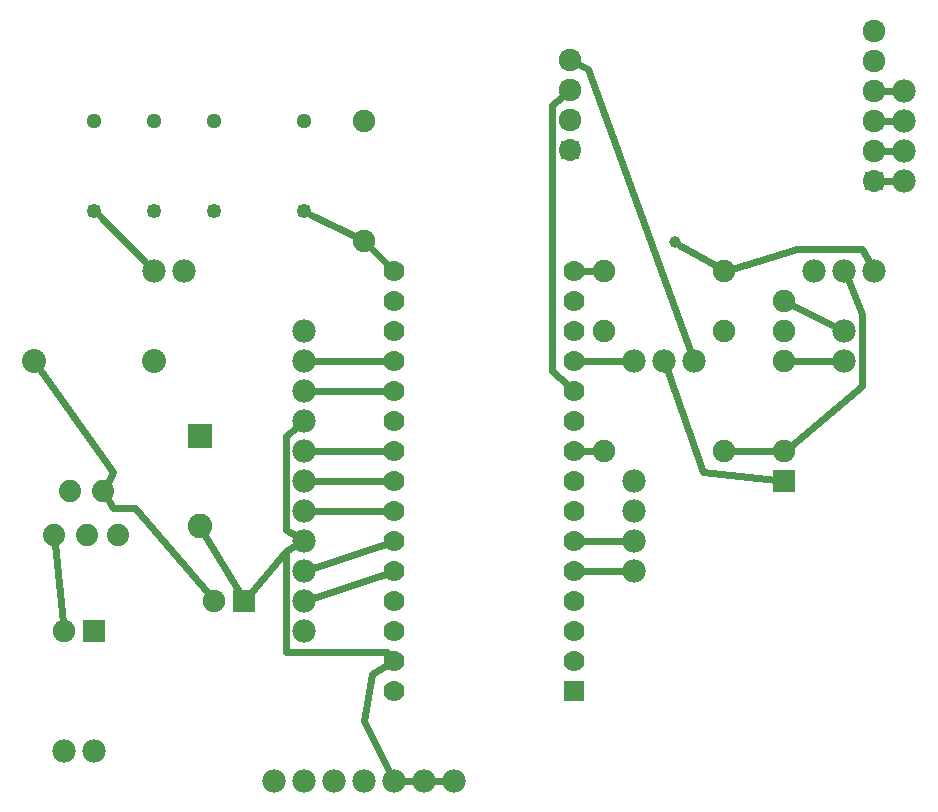
<source format=gtl>
G04 MADE WITH FRITZING*
G04 WWW.FRITZING.ORG*
G04 DOUBLE SIDED*
G04 HOLES PLATED*
G04 CONTOUR ON CENTER OF CONTOUR VECTOR*
%ASAXBY*%
%FSLAX23Y23*%
%MOIN*%
%OFA0B0*%
%SFA1.0B1.0*%
%ADD10C,0.074370*%
%ADD11C,0.039370*%
%ADD12C,0.082000*%
%ADD13C,0.075000*%
%ADD14C,0.080000*%
%ADD15C,0.075806*%
%ADD16C,0.073486*%
%ADD17C,0.049312*%
%ADD18C,0.050823*%
%ADD19C,0.078000*%
%ADD20C,0.070000*%
%ADD21R,0.082000X0.082000*%
%ADD22R,0.075000X0.075000*%
%ADD23R,0.069972X0.070000*%
%ADD24C,0.024000*%
%ADD25R,0.001000X0.001000*%
%LNCOPPER1*%
G90*
G70*
G54D10*
X999Y1312D03*
X888Y1312D03*
X836Y1164D03*
X943Y1164D03*
X1049Y1164D03*
G54D11*
X2903Y2143D03*
G54D12*
X1320Y1494D03*
X1320Y1196D03*
G54D13*
X1469Y945D03*
X1369Y945D03*
X969Y845D03*
X869Y845D03*
G54D14*
X769Y1745D03*
X1169Y1745D03*
G54D15*
X3569Y2845D03*
X3569Y2745D03*
X3569Y2645D03*
X3569Y2545D03*
X3569Y2445D03*
G54D16*
X3569Y2345D03*
G54D15*
X2556Y2748D03*
X2556Y2648D03*
X2556Y2548D03*
G54D16*
X2556Y2448D03*
G54D17*
X1669Y2245D03*
G54D18*
X1669Y2545D03*
G54D17*
X1369Y2245D03*
G54D18*
X1369Y2545D03*
G54D17*
X1169Y2245D03*
X969Y2245D03*
G54D18*
X1169Y2545D03*
X969Y2545D03*
G54D19*
X1569Y345D03*
X1669Y345D03*
X1769Y345D03*
X1869Y345D03*
X1969Y345D03*
X2069Y345D03*
X2169Y345D03*
X2769Y1345D03*
X2769Y1245D03*
X2769Y1145D03*
X2769Y1045D03*
X3669Y2645D03*
X3669Y2545D03*
X3669Y2445D03*
X3669Y2345D03*
X1669Y1545D03*
X1669Y1445D03*
X1669Y1345D03*
X1669Y1245D03*
X1669Y1145D03*
X1669Y1045D03*
X1669Y945D03*
X1669Y845D03*
G54D13*
X2669Y2045D03*
X3069Y2045D03*
X1869Y2545D03*
X1869Y2145D03*
G54D19*
X1169Y2045D03*
X1269Y2045D03*
G54D13*
X3269Y1945D03*
X3269Y1845D03*
X3269Y1745D03*
X2669Y1845D03*
X3069Y1845D03*
G54D19*
X3469Y1845D03*
X3469Y1745D03*
X2969Y1745D03*
X2869Y1745D03*
X2769Y1745D03*
G54D20*
X2569Y644D03*
X2569Y744D03*
X2569Y844D03*
X2569Y944D03*
X2569Y1044D03*
X2569Y1144D03*
X2569Y1244D03*
X2569Y1344D03*
X2569Y1444D03*
X2569Y1544D03*
X2569Y1644D03*
X2569Y1744D03*
X2569Y1844D03*
X2569Y1944D03*
X2569Y2044D03*
X1969Y644D03*
X1969Y744D03*
X1969Y844D03*
X1969Y944D03*
X1969Y1044D03*
X1969Y1144D03*
X1969Y1244D03*
X1969Y1344D03*
X1969Y1444D03*
X1969Y1544D03*
X1969Y1644D03*
X1969Y1744D03*
X1969Y1844D03*
X1969Y1944D03*
X1969Y2044D03*
G54D13*
X2669Y1445D03*
X3069Y1445D03*
X3269Y1345D03*
X3269Y1445D03*
G54D19*
X3369Y2045D03*
X3469Y2045D03*
X3569Y2045D03*
X869Y445D03*
X969Y445D03*
X1669Y1845D03*
X1669Y1745D03*
X1669Y1645D03*
G54D21*
X1320Y1495D03*
G54D22*
X1469Y945D03*
X969Y845D03*
G54D23*
X2569Y644D03*
G54D22*
X3269Y1345D03*
G54D24*
X3638Y2445D02*
X3604Y2445D01*
D02*
X1939Y1444D02*
X1699Y1445D01*
D02*
X2598Y1144D02*
X2738Y1145D01*
D02*
X3602Y2345D02*
X3638Y2345D01*
D02*
X1699Y1645D02*
X1939Y1644D01*
D02*
X1939Y1244D02*
X1699Y1245D01*
D02*
X1939Y1744D02*
X1699Y1745D01*
D02*
X1939Y1344D02*
X1699Y1345D01*
D02*
X3638Y2545D02*
X3604Y2545D01*
D02*
X2640Y1445D02*
X2598Y1445D01*
D02*
X2598Y1744D02*
X2738Y1745D01*
D02*
X2738Y1045D02*
X2598Y1044D01*
D02*
X3638Y2645D02*
X3604Y2645D01*
D02*
X3438Y1745D02*
X3297Y1745D01*
D02*
X1948Y2065D02*
X1889Y2125D01*
D02*
X1692Y2233D02*
X1843Y2158D01*
D02*
X3442Y1859D02*
X3294Y1932D01*
D02*
X1147Y2066D02*
X987Y2227D01*
D02*
X1697Y955D02*
X1941Y1035D01*
D02*
X2640Y2045D02*
X2598Y2045D01*
D02*
X866Y874D02*
X839Y1134D01*
D02*
X1697Y1055D02*
X1941Y1135D01*
D02*
X2495Y1711D02*
X2547Y1664D01*
D02*
X2495Y2599D02*
X2495Y1711D01*
D02*
X2529Y2626D02*
X2495Y2599D01*
D02*
X3097Y1445D02*
X3240Y1445D01*
D02*
X3480Y2017D02*
X3527Y1903D01*
D02*
X1013Y1286D02*
X1031Y1255D01*
D02*
X3527Y1663D02*
X3290Y1463D01*
D02*
X3527Y1903D02*
X3527Y1663D01*
D02*
X1103Y1255D02*
X1350Y967D01*
D02*
X1031Y1255D02*
X1103Y1255D01*
D02*
X786Y1720D02*
X1031Y1375D01*
D02*
X1031Y1375D02*
X1013Y1339D01*
D02*
X2615Y2719D02*
X2958Y1773D01*
D02*
X2587Y2732D02*
X2615Y2719D01*
D02*
X2038Y345D02*
X1999Y345D01*
D02*
X2138Y345D02*
X2099Y345D01*
D02*
X1607Y775D02*
X1943Y775D01*
D02*
X1607Y1111D02*
X1607Y775D01*
D02*
X1642Y1130D02*
X1607Y1111D01*
D02*
X1943Y775D02*
X1950Y767D01*
D02*
X1487Y967D02*
X1607Y1111D01*
D02*
X1336Y1168D02*
X1454Y970D01*
D02*
X1607Y1183D02*
X1643Y1161D01*
D02*
X1607Y1495D02*
X1607Y1183D01*
D02*
X1645Y1526D02*
X1607Y1495D01*
D02*
X3044Y2060D02*
X2919Y2133D01*
D02*
X3311Y2119D02*
X3096Y2053D01*
D02*
X3527Y2119D02*
X3311Y2119D01*
D02*
X3554Y2071D02*
X3527Y2119D01*
D02*
X2999Y1375D02*
X2879Y1717D01*
D02*
X3240Y1348D02*
X2999Y1375D01*
D02*
X1867Y545D02*
X1955Y372D01*
D02*
X1895Y703D02*
X1867Y545D01*
D02*
X1943Y730D02*
X1895Y703D01*
G54D25*
X3564Y2876D02*
X3572Y2876D01*
X3559Y2875D02*
X3576Y2875D01*
X3556Y2874D02*
X3579Y2874D01*
X3554Y2873D02*
X3581Y2873D01*
X3552Y2872D02*
X3583Y2872D01*
X3551Y2871D02*
X3585Y2871D01*
X3550Y2870D02*
X3586Y2870D01*
X3548Y2869D02*
X3587Y2869D01*
X3547Y2868D02*
X3588Y2868D01*
X3546Y2867D02*
X3590Y2867D01*
X3545Y2866D02*
X3590Y2866D01*
X3544Y2865D02*
X3591Y2865D01*
X3544Y2864D02*
X3592Y2864D01*
X3543Y2863D02*
X3562Y2863D01*
X3574Y2863D02*
X3593Y2863D01*
X3542Y2862D02*
X3559Y2862D01*
X3576Y2862D02*
X3593Y2862D01*
X3542Y2861D02*
X3557Y2861D01*
X3578Y2861D02*
X3594Y2861D01*
X3541Y2860D02*
X3556Y2860D01*
X3580Y2860D02*
X3595Y2860D01*
X3541Y2859D02*
X3555Y2859D01*
X3581Y2859D02*
X3595Y2859D01*
X3540Y2858D02*
X3554Y2858D01*
X3582Y2858D02*
X3596Y2858D01*
X3540Y2857D02*
X3553Y2857D01*
X3583Y2857D02*
X3596Y2857D01*
X3539Y2856D02*
X3552Y2856D01*
X3583Y2856D02*
X3596Y2856D01*
X3539Y2855D02*
X3552Y2855D01*
X3584Y2855D02*
X3597Y2855D01*
X3539Y2854D02*
X3551Y2854D01*
X3585Y2854D02*
X3597Y2854D01*
X3538Y2853D02*
X3550Y2853D01*
X3585Y2853D02*
X3597Y2853D01*
X3538Y2852D02*
X3550Y2852D01*
X3586Y2852D02*
X3598Y2852D01*
X3538Y2851D02*
X3550Y2851D01*
X3586Y2851D02*
X3598Y2851D01*
X3538Y2850D02*
X3549Y2850D01*
X3586Y2850D02*
X3598Y2850D01*
X3538Y2849D02*
X3549Y2849D01*
X3586Y2849D02*
X3598Y2849D01*
X3537Y2848D02*
X3549Y2848D01*
X3587Y2848D02*
X3598Y2848D01*
X3537Y2847D02*
X3549Y2847D01*
X3587Y2847D02*
X3598Y2847D01*
X3537Y2846D02*
X3549Y2846D01*
X3587Y2846D02*
X3598Y2846D01*
X3537Y2845D02*
X3549Y2845D01*
X3587Y2845D02*
X3598Y2845D01*
X3537Y2844D02*
X3549Y2844D01*
X3587Y2844D02*
X3598Y2844D01*
X3537Y2843D02*
X3549Y2843D01*
X3587Y2843D02*
X3598Y2843D01*
X3538Y2842D02*
X3549Y2842D01*
X3586Y2842D02*
X3598Y2842D01*
X3538Y2841D02*
X3549Y2841D01*
X3586Y2841D02*
X3598Y2841D01*
X3538Y2840D02*
X3550Y2840D01*
X3586Y2840D02*
X3598Y2840D01*
X3538Y2839D02*
X3550Y2839D01*
X3586Y2839D02*
X3598Y2839D01*
X3538Y2838D02*
X3550Y2838D01*
X3585Y2838D02*
X3597Y2838D01*
X3539Y2837D02*
X3551Y2837D01*
X3585Y2837D02*
X3597Y2837D01*
X3539Y2836D02*
X3551Y2836D01*
X3584Y2836D02*
X3597Y2836D01*
X3539Y2835D02*
X3552Y2835D01*
X3584Y2835D02*
X3596Y2835D01*
X3540Y2834D02*
X3553Y2834D01*
X3583Y2834D02*
X3596Y2834D01*
X3540Y2833D02*
X3554Y2833D01*
X3582Y2833D02*
X3596Y2833D01*
X3540Y2832D02*
X3555Y2832D01*
X3581Y2832D02*
X3595Y2832D01*
X3541Y2831D02*
X3556Y2831D01*
X3580Y2831D02*
X3595Y2831D01*
X3542Y2830D02*
X3557Y2830D01*
X3578Y2830D02*
X3594Y2830D01*
X3542Y2829D02*
X3559Y2829D01*
X3577Y2829D02*
X3594Y2829D01*
X3543Y2828D02*
X3561Y2828D01*
X3574Y2828D02*
X3593Y2828D01*
X3543Y2827D02*
X3566Y2827D01*
X3569Y2827D02*
X3592Y2827D01*
X3544Y2826D02*
X3591Y2826D01*
X3545Y2825D02*
X3591Y2825D01*
X3546Y2824D02*
X3590Y2824D01*
X3547Y2823D02*
X3589Y2823D01*
X3548Y2822D02*
X3588Y2822D01*
X3549Y2821D02*
X3586Y2821D01*
X3551Y2820D02*
X3585Y2820D01*
X3552Y2819D02*
X3583Y2819D01*
X3554Y2818D02*
X3582Y2818D01*
X3556Y2817D02*
X3580Y2817D01*
X3559Y2816D02*
X3577Y2816D01*
X3563Y2815D02*
X3573Y2815D01*
X2552Y2779D02*
X2558Y2779D01*
X2547Y2778D02*
X2563Y2778D01*
X2544Y2777D02*
X2566Y2777D01*
X2542Y2776D02*
X2569Y2776D01*
X3564Y2776D02*
X3572Y2776D01*
X2540Y2775D02*
X2570Y2775D01*
X3559Y2775D02*
X3577Y2775D01*
X2539Y2774D02*
X2572Y2774D01*
X3556Y2774D02*
X3579Y2774D01*
X2537Y2773D02*
X2573Y2773D01*
X3554Y2773D02*
X3581Y2773D01*
X2536Y2772D02*
X2575Y2772D01*
X3552Y2772D02*
X3583Y2772D01*
X2535Y2771D02*
X2576Y2771D01*
X3551Y2771D02*
X3585Y2771D01*
X2534Y2770D02*
X2577Y2770D01*
X3550Y2770D02*
X3586Y2770D01*
X2533Y2769D02*
X2578Y2769D01*
X3548Y2769D02*
X3587Y2769D01*
X2532Y2768D02*
X2579Y2768D01*
X3547Y2768D02*
X3588Y2768D01*
X2531Y2767D02*
X2579Y2767D01*
X3546Y2767D02*
X3590Y2767D01*
X2531Y2766D02*
X2550Y2766D01*
X2561Y2766D02*
X2580Y2766D01*
X3545Y2766D02*
X3590Y2766D01*
X2530Y2765D02*
X2547Y2765D01*
X2564Y2765D02*
X2581Y2765D01*
X3544Y2765D02*
X3591Y2765D01*
X2529Y2764D02*
X2545Y2764D01*
X2565Y2764D02*
X2581Y2764D01*
X3544Y2764D02*
X3592Y2764D01*
X2529Y2763D02*
X2544Y2763D01*
X2567Y2763D02*
X2582Y2763D01*
X3543Y2763D02*
X3562Y2763D01*
X3574Y2763D02*
X3593Y2763D01*
X2528Y2762D02*
X2543Y2762D01*
X2568Y2762D02*
X2583Y2762D01*
X3542Y2762D02*
X3559Y2762D01*
X3576Y2762D02*
X3593Y2762D01*
X2528Y2761D02*
X2542Y2761D01*
X2569Y2761D02*
X2583Y2761D01*
X3542Y2761D02*
X3557Y2761D01*
X3578Y2761D02*
X3594Y2761D01*
X2527Y2760D02*
X2541Y2760D01*
X2570Y2760D02*
X2583Y2760D01*
X3541Y2760D02*
X3556Y2760D01*
X3580Y2760D02*
X3595Y2760D01*
X2527Y2759D02*
X2540Y2759D01*
X2571Y2759D02*
X2584Y2759D01*
X3541Y2759D02*
X3555Y2759D01*
X3581Y2759D02*
X3595Y2759D01*
X2527Y2758D02*
X2539Y2758D01*
X2572Y2758D02*
X2584Y2758D01*
X3540Y2758D02*
X3554Y2758D01*
X3582Y2758D02*
X3596Y2758D01*
X2526Y2757D02*
X2539Y2757D01*
X2572Y2757D02*
X2585Y2757D01*
X3540Y2757D02*
X3553Y2757D01*
X3583Y2757D02*
X3596Y2757D01*
X2526Y2756D02*
X2538Y2756D01*
X2573Y2756D02*
X2585Y2756D01*
X3539Y2756D02*
X3552Y2756D01*
X3583Y2756D02*
X3596Y2756D01*
X2526Y2755D02*
X2538Y2755D01*
X2573Y2755D02*
X2585Y2755D01*
X3539Y2755D02*
X3552Y2755D01*
X3584Y2755D02*
X3597Y2755D01*
X2525Y2754D02*
X2537Y2754D01*
X2573Y2754D02*
X2585Y2754D01*
X3539Y2754D02*
X3551Y2754D01*
X3585Y2754D02*
X3597Y2754D01*
X2525Y2753D02*
X2537Y2753D01*
X2574Y2753D02*
X2585Y2753D01*
X3538Y2753D02*
X3550Y2753D01*
X3585Y2753D02*
X3597Y2753D01*
X2525Y2752D02*
X2537Y2752D01*
X2574Y2752D02*
X2586Y2752D01*
X3538Y2752D02*
X3550Y2752D01*
X3586Y2752D02*
X3598Y2752D01*
X2525Y2751D02*
X2537Y2751D01*
X2574Y2751D02*
X2586Y2751D01*
X3538Y2751D02*
X3550Y2751D01*
X3586Y2751D02*
X3598Y2751D01*
X2525Y2750D02*
X2537Y2750D01*
X2574Y2750D02*
X2586Y2750D01*
X3538Y2750D02*
X3549Y2750D01*
X3586Y2750D02*
X3598Y2750D01*
X2525Y2749D02*
X2536Y2749D01*
X2574Y2749D02*
X2586Y2749D01*
X3538Y2749D02*
X3549Y2749D01*
X3586Y2749D02*
X3598Y2749D01*
X2525Y2748D02*
X2536Y2748D01*
X2574Y2748D02*
X2586Y2748D01*
X3537Y2748D02*
X3549Y2748D01*
X3587Y2748D02*
X3598Y2748D01*
X2525Y2747D02*
X2536Y2747D01*
X2574Y2747D02*
X2586Y2747D01*
X3537Y2747D02*
X3549Y2747D01*
X3587Y2747D02*
X3598Y2747D01*
X2525Y2746D02*
X2537Y2746D01*
X2574Y2746D02*
X2586Y2746D01*
X3537Y2746D02*
X3549Y2746D01*
X3587Y2746D02*
X3598Y2746D01*
X2525Y2745D02*
X2537Y2745D01*
X2574Y2745D02*
X2586Y2745D01*
X3537Y2745D02*
X3549Y2745D01*
X3587Y2745D02*
X3598Y2745D01*
X2525Y2744D02*
X2537Y2744D01*
X2574Y2744D02*
X2585Y2744D01*
X3537Y2744D02*
X3549Y2744D01*
X3587Y2744D02*
X3598Y2744D01*
X2525Y2743D02*
X2537Y2743D01*
X2574Y2743D02*
X2585Y2743D01*
X3537Y2743D02*
X3549Y2743D01*
X3587Y2743D02*
X3598Y2743D01*
X2526Y2742D02*
X2537Y2742D01*
X2573Y2742D02*
X2585Y2742D01*
X3538Y2742D02*
X3549Y2742D01*
X3586Y2742D02*
X3598Y2742D01*
X2526Y2741D02*
X2538Y2741D01*
X2573Y2741D02*
X2585Y2741D01*
X3538Y2741D02*
X3549Y2741D01*
X3586Y2741D02*
X3598Y2741D01*
X2526Y2740D02*
X2538Y2740D01*
X2572Y2740D02*
X2585Y2740D01*
X3538Y2740D02*
X3550Y2740D01*
X3586Y2740D02*
X3598Y2740D01*
X2526Y2739D02*
X2539Y2739D01*
X2572Y2739D02*
X2584Y2739D01*
X3538Y2739D02*
X3550Y2739D01*
X3586Y2739D02*
X3598Y2739D01*
X2527Y2738D02*
X2539Y2738D01*
X2571Y2738D02*
X2584Y2738D01*
X3538Y2738D02*
X3550Y2738D01*
X3585Y2738D02*
X3597Y2738D01*
X2527Y2737D02*
X2540Y2737D01*
X2570Y2737D02*
X2584Y2737D01*
X3539Y2737D02*
X3551Y2737D01*
X3585Y2737D02*
X3597Y2737D01*
X2527Y2736D02*
X2541Y2736D01*
X2570Y2736D02*
X2583Y2736D01*
X3539Y2736D02*
X3551Y2736D01*
X3584Y2736D02*
X3597Y2736D01*
X2528Y2735D02*
X2542Y2735D01*
X2569Y2735D02*
X2583Y2735D01*
X3539Y2735D02*
X3552Y2735D01*
X3584Y2735D02*
X3596Y2735D01*
X2528Y2734D02*
X2543Y2734D01*
X2568Y2734D02*
X2582Y2734D01*
X3540Y2734D02*
X3553Y2734D01*
X3583Y2734D02*
X3596Y2734D01*
X2529Y2733D02*
X2544Y2733D01*
X2566Y2733D02*
X2582Y2733D01*
X3540Y2733D02*
X3554Y2733D01*
X3582Y2733D02*
X3596Y2733D01*
X2530Y2732D02*
X2546Y2732D01*
X2565Y2732D02*
X2581Y2732D01*
X3540Y2732D02*
X3555Y2732D01*
X3581Y2732D02*
X3595Y2732D01*
X2530Y2731D02*
X2548Y2731D01*
X2562Y2731D02*
X2581Y2731D01*
X3541Y2731D02*
X3556Y2731D01*
X3580Y2731D02*
X3595Y2731D01*
X2531Y2730D02*
X2552Y2730D01*
X2559Y2730D02*
X2580Y2730D01*
X3542Y2730D02*
X3557Y2730D01*
X3578Y2730D02*
X3594Y2730D01*
X2532Y2729D02*
X2579Y2729D01*
X3542Y2729D02*
X3559Y2729D01*
X3577Y2729D02*
X3594Y2729D01*
X2532Y2728D02*
X2578Y2728D01*
X3543Y2728D02*
X3561Y2728D01*
X3574Y2728D02*
X3593Y2728D01*
X2533Y2727D02*
X2577Y2727D01*
X3544Y2727D02*
X3567Y2727D01*
X3569Y2727D02*
X3592Y2727D01*
X2534Y2726D02*
X2576Y2726D01*
X3544Y2726D02*
X3591Y2726D01*
X2535Y2725D02*
X2575Y2725D01*
X3545Y2725D02*
X3591Y2725D01*
X2537Y2724D02*
X2574Y2724D01*
X3546Y2724D02*
X3590Y2724D01*
X2538Y2723D02*
X2573Y2723D01*
X3547Y2723D02*
X3589Y2723D01*
X2539Y2722D02*
X2571Y2722D01*
X3548Y2722D02*
X3587Y2722D01*
X2541Y2721D02*
X2570Y2721D01*
X3549Y2721D02*
X3586Y2721D01*
X2543Y2720D02*
X2568Y2720D01*
X3551Y2720D02*
X3585Y2720D01*
X2546Y2719D02*
X2565Y2719D01*
X3552Y2719D02*
X3583Y2719D01*
X2549Y2718D02*
X2561Y2718D01*
X3554Y2718D02*
X3582Y2718D01*
X3556Y2717D02*
X3580Y2717D01*
X3559Y2716D02*
X3577Y2716D01*
X3563Y2715D02*
X3573Y2715D01*
X2553Y2679D02*
X2558Y2679D01*
X2547Y2678D02*
X2563Y2678D01*
X2544Y2677D02*
X2566Y2677D01*
X2542Y2676D02*
X2568Y2676D01*
X3564Y2676D02*
X3572Y2676D01*
X2540Y2675D02*
X2570Y2675D01*
X3559Y2675D02*
X3577Y2675D01*
X2539Y2674D02*
X2572Y2674D01*
X3556Y2674D02*
X3579Y2674D01*
X2537Y2673D02*
X2573Y2673D01*
X3554Y2673D02*
X3581Y2673D01*
X2536Y2672D02*
X2575Y2672D01*
X3552Y2672D02*
X3583Y2672D01*
X2535Y2671D02*
X2576Y2671D01*
X3551Y2671D02*
X3585Y2671D01*
X2534Y2670D02*
X2577Y2670D01*
X3550Y2670D02*
X3586Y2670D01*
X2533Y2669D02*
X2578Y2669D01*
X3548Y2669D02*
X3587Y2669D01*
X2532Y2668D02*
X2579Y2668D01*
X3547Y2668D02*
X3588Y2668D01*
X2531Y2667D02*
X2579Y2667D01*
X3546Y2667D02*
X3590Y2667D01*
X2531Y2666D02*
X2550Y2666D01*
X2561Y2666D02*
X2580Y2666D01*
X3545Y2666D02*
X3590Y2666D01*
X2530Y2665D02*
X2547Y2665D01*
X2564Y2665D02*
X2581Y2665D01*
X3544Y2665D02*
X3591Y2665D01*
X2529Y2664D02*
X2545Y2664D01*
X2565Y2664D02*
X2581Y2664D01*
X3544Y2664D02*
X3592Y2664D01*
X2529Y2663D02*
X2544Y2663D01*
X2567Y2663D02*
X2582Y2663D01*
X3543Y2663D02*
X3562Y2663D01*
X3574Y2663D02*
X3593Y2663D01*
X2528Y2662D02*
X2543Y2662D01*
X2568Y2662D02*
X2583Y2662D01*
X3542Y2662D02*
X3559Y2662D01*
X3576Y2662D02*
X3593Y2662D01*
X2528Y2661D02*
X2542Y2661D01*
X2569Y2661D02*
X2583Y2661D01*
X3542Y2661D02*
X3557Y2661D01*
X3578Y2661D02*
X3594Y2661D01*
X2527Y2660D02*
X2541Y2660D01*
X2570Y2660D02*
X2583Y2660D01*
X3541Y2660D02*
X3556Y2660D01*
X3580Y2660D02*
X3595Y2660D01*
X2527Y2659D02*
X2540Y2659D01*
X2571Y2659D02*
X2584Y2659D01*
X3541Y2659D02*
X3555Y2659D01*
X3581Y2659D02*
X3595Y2659D01*
X2527Y2658D02*
X2539Y2658D01*
X2572Y2658D02*
X2584Y2658D01*
X3540Y2658D02*
X3554Y2658D01*
X3582Y2658D02*
X3596Y2658D01*
X2526Y2657D02*
X2539Y2657D01*
X2572Y2657D02*
X2585Y2657D01*
X3540Y2657D02*
X3553Y2657D01*
X3583Y2657D02*
X3596Y2657D01*
X2526Y2656D02*
X2538Y2656D01*
X2573Y2656D02*
X2585Y2656D01*
X3539Y2656D02*
X3552Y2656D01*
X3584Y2656D02*
X3596Y2656D01*
X2526Y2655D02*
X2538Y2655D01*
X2573Y2655D02*
X2585Y2655D01*
X3539Y2655D02*
X3552Y2655D01*
X3584Y2655D02*
X3597Y2655D01*
X2525Y2654D02*
X2537Y2654D01*
X2573Y2654D02*
X2585Y2654D01*
X3539Y2654D02*
X3551Y2654D01*
X3585Y2654D02*
X3597Y2654D01*
X2525Y2653D02*
X2537Y2653D01*
X2574Y2653D02*
X2585Y2653D01*
X3538Y2653D02*
X3550Y2653D01*
X3585Y2653D02*
X3597Y2653D01*
X2525Y2652D02*
X2537Y2652D01*
X2574Y2652D02*
X2586Y2652D01*
X3538Y2652D02*
X3550Y2652D01*
X3586Y2652D02*
X3598Y2652D01*
X2525Y2651D02*
X2537Y2651D01*
X2574Y2651D02*
X2586Y2651D01*
X3538Y2651D02*
X3550Y2651D01*
X3586Y2651D02*
X3598Y2651D01*
X2525Y2650D02*
X2537Y2650D01*
X2574Y2650D02*
X2586Y2650D01*
X3538Y2650D02*
X3549Y2650D01*
X3586Y2650D02*
X3598Y2650D01*
X2525Y2649D02*
X2536Y2649D01*
X2574Y2649D02*
X2586Y2649D01*
X3538Y2649D02*
X3549Y2649D01*
X3586Y2649D02*
X3598Y2649D01*
X2525Y2648D02*
X2536Y2648D01*
X2574Y2648D02*
X2586Y2648D01*
X3537Y2648D02*
X3549Y2648D01*
X3587Y2648D02*
X3598Y2648D01*
X2525Y2647D02*
X2536Y2647D01*
X2574Y2647D02*
X2586Y2647D01*
X3537Y2647D02*
X3549Y2647D01*
X3587Y2647D02*
X3598Y2647D01*
X2525Y2646D02*
X2537Y2646D01*
X2574Y2646D02*
X2586Y2646D01*
X3537Y2646D02*
X3549Y2646D01*
X3587Y2646D02*
X3598Y2646D01*
X2525Y2645D02*
X2537Y2645D01*
X2574Y2645D02*
X2586Y2645D01*
X3537Y2645D02*
X3549Y2645D01*
X3587Y2645D02*
X3598Y2645D01*
X2525Y2644D02*
X2537Y2644D01*
X2574Y2644D02*
X2585Y2644D01*
X3537Y2644D02*
X3549Y2644D01*
X3587Y2644D02*
X3598Y2644D01*
X2525Y2643D02*
X2537Y2643D01*
X2574Y2643D02*
X2585Y2643D01*
X3537Y2643D02*
X3549Y2643D01*
X3587Y2643D02*
X3598Y2643D01*
X2526Y2642D02*
X2537Y2642D01*
X2573Y2642D02*
X2585Y2642D01*
X3538Y2642D02*
X3549Y2642D01*
X3586Y2642D02*
X3598Y2642D01*
X2526Y2641D02*
X2538Y2641D01*
X2573Y2641D02*
X2585Y2641D01*
X3538Y2641D02*
X3549Y2641D01*
X3586Y2641D02*
X3598Y2641D01*
X2526Y2640D02*
X2538Y2640D01*
X2572Y2640D02*
X2585Y2640D01*
X3538Y2640D02*
X3550Y2640D01*
X3586Y2640D02*
X3598Y2640D01*
X2526Y2639D02*
X2539Y2639D01*
X2572Y2639D02*
X2584Y2639D01*
X3538Y2639D02*
X3550Y2639D01*
X3586Y2639D02*
X3598Y2639D01*
X2527Y2638D02*
X2539Y2638D01*
X2571Y2638D02*
X2584Y2638D01*
X3538Y2638D02*
X3550Y2638D01*
X3585Y2638D02*
X3597Y2638D01*
X2527Y2637D02*
X2540Y2637D01*
X2570Y2637D02*
X2584Y2637D01*
X3539Y2637D02*
X3551Y2637D01*
X3585Y2637D02*
X3597Y2637D01*
X2527Y2636D02*
X2541Y2636D01*
X2570Y2636D02*
X2583Y2636D01*
X3539Y2636D02*
X3551Y2636D01*
X3584Y2636D02*
X3597Y2636D01*
X2528Y2635D02*
X2542Y2635D01*
X2569Y2635D02*
X2583Y2635D01*
X3539Y2635D02*
X3552Y2635D01*
X3584Y2635D02*
X3596Y2635D01*
X2528Y2634D02*
X2543Y2634D01*
X2568Y2634D02*
X2582Y2634D01*
X3540Y2634D02*
X3553Y2634D01*
X3583Y2634D02*
X3596Y2634D01*
X2529Y2633D02*
X2544Y2633D01*
X2566Y2633D02*
X2582Y2633D01*
X3540Y2633D02*
X3554Y2633D01*
X3582Y2633D02*
X3596Y2633D01*
X2530Y2632D02*
X2546Y2632D01*
X2565Y2632D02*
X2581Y2632D01*
X3540Y2632D02*
X3555Y2632D01*
X3581Y2632D02*
X3595Y2632D01*
X2530Y2631D02*
X2548Y2631D01*
X2563Y2631D02*
X2581Y2631D01*
X3541Y2631D02*
X3556Y2631D01*
X3580Y2631D02*
X3595Y2631D01*
X2531Y2630D02*
X2552Y2630D01*
X2559Y2630D02*
X2580Y2630D01*
X3542Y2630D02*
X3557Y2630D01*
X3578Y2630D02*
X3594Y2630D01*
X2532Y2629D02*
X2579Y2629D01*
X3542Y2629D02*
X3559Y2629D01*
X3577Y2629D02*
X3594Y2629D01*
X2532Y2628D02*
X2578Y2628D01*
X3543Y2628D02*
X3561Y2628D01*
X3574Y2628D02*
X3593Y2628D01*
X2533Y2627D02*
X2577Y2627D01*
X3544Y2627D02*
X3567Y2627D01*
X3569Y2627D02*
X3592Y2627D01*
X2534Y2626D02*
X2576Y2626D01*
X3544Y2626D02*
X3591Y2626D01*
X2535Y2625D02*
X2575Y2625D01*
X3545Y2625D02*
X3591Y2625D01*
X2537Y2624D02*
X2574Y2624D01*
X3546Y2624D02*
X3590Y2624D01*
X2538Y2623D02*
X2573Y2623D01*
X3547Y2623D02*
X3589Y2623D01*
X2539Y2622D02*
X2571Y2622D01*
X3548Y2622D02*
X3588Y2622D01*
X2541Y2621D02*
X2570Y2621D01*
X3549Y2621D02*
X3586Y2621D01*
X2543Y2620D02*
X2568Y2620D01*
X3551Y2620D02*
X3585Y2620D01*
X2546Y2619D02*
X2565Y2619D01*
X3552Y2619D02*
X3583Y2619D01*
X2549Y2618D02*
X2561Y2618D01*
X3554Y2618D02*
X3582Y2618D01*
X3556Y2617D02*
X3580Y2617D01*
X3559Y2616D02*
X3577Y2616D01*
X3563Y2615D02*
X3573Y2615D01*
X2553Y2579D02*
X2558Y2579D01*
X2547Y2578D02*
X2563Y2578D01*
X2544Y2577D02*
X2566Y2577D01*
X2542Y2576D02*
X2568Y2576D01*
X3564Y2576D02*
X3572Y2576D01*
X2540Y2575D02*
X2570Y2575D01*
X3559Y2575D02*
X3577Y2575D01*
X2539Y2574D02*
X2572Y2574D01*
X3556Y2574D02*
X3579Y2574D01*
X2537Y2573D02*
X2573Y2573D01*
X3554Y2573D02*
X3581Y2573D01*
X2536Y2572D02*
X2575Y2572D01*
X3552Y2572D02*
X3583Y2572D01*
X2535Y2571D02*
X2576Y2571D01*
X3551Y2571D02*
X3585Y2571D01*
X2534Y2570D02*
X2577Y2570D01*
X3550Y2570D02*
X3586Y2570D01*
X2533Y2569D02*
X2578Y2569D01*
X3548Y2569D02*
X3587Y2569D01*
X2532Y2568D02*
X2579Y2568D01*
X3547Y2568D02*
X3588Y2568D01*
X2531Y2567D02*
X2579Y2567D01*
X3546Y2567D02*
X3590Y2567D01*
X2531Y2566D02*
X2550Y2566D01*
X2561Y2566D02*
X2580Y2566D01*
X3545Y2566D02*
X3590Y2566D01*
X2530Y2565D02*
X2547Y2565D01*
X2564Y2565D02*
X2581Y2565D01*
X3544Y2565D02*
X3591Y2565D01*
X2529Y2564D02*
X2545Y2564D01*
X2565Y2564D02*
X2581Y2564D01*
X3544Y2564D02*
X3592Y2564D01*
X2529Y2563D02*
X2544Y2563D01*
X2567Y2563D02*
X2582Y2563D01*
X3543Y2563D02*
X3562Y2563D01*
X3574Y2563D02*
X3593Y2563D01*
X2528Y2562D02*
X2543Y2562D01*
X2568Y2562D02*
X2583Y2562D01*
X3542Y2562D02*
X3559Y2562D01*
X3576Y2562D02*
X3593Y2562D01*
X2528Y2561D02*
X2542Y2561D01*
X2569Y2561D02*
X2583Y2561D01*
X3542Y2561D02*
X3557Y2561D01*
X3578Y2561D02*
X3594Y2561D01*
X2527Y2560D02*
X2541Y2560D01*
X2570Y2560D02*
X2583Y2560D01*
X3541Y2560D02*
X3556Y2560D01*
X3580Y2560D02*
X3595Y2560D01*
X2527Y2559D02*
X2540Y2559D01*
X2571Y2559D02*
X2584Y2559D01*
X3541Y2559D02*
X3555Y2559D01*
X3581Y2559D02*
X3595Y2559D01*
X2527Y2558D02*
X2539Y2558D01*
X2572Y2558D02*
X2584Y2558D01*
X3540Y2558D02*
X3554Y2558D01*
X3582Y2558D02*
X3596Y2558D01*
X2526Y2557D02*
X2539Y2557D01*
X2572Y2557D02*
X2585Y2557D01*
X3540Y2557D02*
X3553Y2557D01*
X3583Y2557D02*
X3596Y2557D01*
X2526Y2556D02*
X2538Y2556D01*
X2573Y2556D02*
X2585Y2556D01*
X3539Y2556D02*
X3552Y2556D01*
X3583Y2556D02*
X3596Y2556D01*
X2526Y2555D02*
X2538Y2555D01*
X2573Y2555D02*
X2585Y2555D01*
X3539Y2555D02*
X3552Y2555D01*
X3584Y2555D02*
X3597Y2555D01*
X2525Y2554D02*
X2537Y2554D01*
X2573Y2554D02*
X2585Y2554D01*
X3539Y2554D02*
X3551Y2554D01*
X3585Y2554D02*
X3597Y2554D01*
X2525Y2553D02*
X2537Y2553D01*
X2574Y2553D02*
X2585Y2553D01*
X3538Y2553D02*
X3550Y2553D01*
X3585Y2553D02*
X3597Y2553D01*
X2525Y2552D02*
X2537Y2552D01*
X2574Y2552D02*
X2586Y2552D01*
X3538Y2552D02*
X3550Y2552D01*
X3586Y2552D02*
X3598Y2552D01*
X2525Y2551D02*
X2537Y2551D01*
X2574Y2551D02*
X2586Y2551D01*
X3538Y2551D02*
X3550Y2551D01*
X3586Y2551D02*
X3598Y2551D01*
X2525Y2550D02*
X2537Y2550D01*
X2574Y2550D02*
X2586Y2550D01*
X3538Y2550D02*
X3549Y2550D01*
X3586Y2550D02*
X3598Y2550D01*
X2525Y2549D02*
X2536Y2549D01*
X2574Y2549D02*
X2586Y2549D01*
X3538Y2549D02*
X3549Y2549D01*
X3586Y2549D02*
X3598Y2549D01*
X2525Y2548D02*
X2536Y2548D01*
X2574Y2548D02*
X2586Y2548D01*
X3537Y2548D02*
X3549Y2548D01*
X3587Y2548D02*
X3598Y2548D01*
X2525Y2547D02*
X2536Y2547D01*
X2574Y2547D02*
X2586Y2547D01*
X3537Y2547D02*
X3549Y2547D01*
X3587Y2547D02*
X3598Y2547D01*
X2525Y2546D02*
X2537Y2546D01*
X2574Y2546D02*
X2586Y2546D01*
X3537Y2546D02*
X3549Y2546D01*
X3587Y2546D02*
X3598Y2546D01*
X2525Y2545D02*
X2537Y2545D01*
X2574Y2545D02*
X2586Y2545D01*
X3537Y2545D02*
X3549Y2545D01*
X3587Y2545D02*
X3598Y2545D01*
X2525Y2544D02*
X2537Y2544D01*
X2574Y2544D02*
X2585Y2544D01*
X3537Y2544D02*
X3549Y2544D01*
X3587Y2544D02*
X3598Y2544D01*
X2525Y2543D02*
X2537Y2543D01*
X2574Y2543D02*
X2585Y2543D01*
X3537Y2543D02*
X3549Y2543D01*
X3587Y2543D02*
X3598Y2543D01*
X2526Y2542D02*
X2537Y2542D01*
X2573Y2542D02*
X2585Y2542D01*
X3538Y2542D02*
X3549Y2542D01*
X3586Y2542D02*
X3598Y2542D01*
X2526Y2541D02*
X2538Y2541D01*
X2573Y2541D02*
X2585Y2541D01*
X3538Y2541D02*
X3549Y2541D01*
X3586Y2541D02*
X3598Y2541D01*
X2526Y2540D02*
X2538Y2540D01*
X2572Y2540D02*
X2585Y2540D01*
X3538Y2540D02*
X3550Y2540D01*
X3586Y2540D02*
X3598Y2540D01*
X2526Y2539D02*
X2539Y2539D01*
X2572Y2539D02*
X2584Y2539D01*
X3538Y2539D02*
X3550Y2539D01*
X3586Y2539D02*
X3598Y2539D01*
X2527Y2538D02*
X2539Y2538D01*
X2571Y2538D02*
X2584Y2538D01*
X3538Y2538D02*
X3550Y2538D01*
X3585Y2538D02*
X3597Y2538D01*
X2527Y2537D02*
X2540Y2537D01*
X2570Y2537D02*
X2584Y2537D01*
X3539Y2537D02*
X3551Y2537D01*
X3585Y2537D02*
X3597Y2537D01*
X2527Y2536D02*
X2541Y2536D01*
X2570Y2536D02*
X2583Y2536D01*
X3539Y2536D02*
X3551Y2536D01*
X3584Y2536D02*
X3597Y2536D01*
X2528Y2535D02*
X2542Y2535D01*
X2569Y2535D02*
X2583Y2535D01*
X3539Y2535D02*
X3552Y2535D01*
X3584Y2535D02*
X3596Y2535D01*
X2528Y2534D02*
X2543Y2534D01*
X2568Y2534D02*
X2582Y2534D01*
X3540Y2534D02*
X3553Y2534D01*
X3583Y2534D02*
X3596Y2534D01*
X2529Y2533D02*
X2544Y2533D01*
X2566Y2533D02*
X2582Y2533D01*
X3540Y2533D02*
X3554Y2533D01*
X3582Y2533D02*
X3596Y2533D01*
X2530Y2532D02*
X2546Y2532D01*
X2565Y2532D02*
X2581Y2532D01*
X3540Y2532D02*
X3555Y2532D01*
X3581Y2532D02*
X3595Y2532D01*
X2530Y2531D02*
X2548Y2531D01*
X2563Y2531D02*
X2581Y2531D01*
X3541Y2531D02*
X3556Y2531D01*
X3580Y2531D02*
X3595Y2531D01*
X2531Y2530D02*
X2552Y2530D01*
X2559Y2530D02*
X2580Y2530D01*
X3542Y2530D02*
X3557Y2530D01*
X3578Y2530D02*
X3594Y2530D01*
X2532Y2529D02*
X2579Y2529D01*
X3542Y2529D02*
X3559Y2529D01*
X3577Y2529D02*
X3594Y2529D01*
X2532Y2528D02*
X2578Y2528D01*
X3543Y2528D02*
X3561Y2528D01*
X3574Y2528D02*
X3593Y2528D01*
X2533Y2527D02*
X2577Y2527D01*
X3544Y2527D02*
X3567Y2527D01*
X3569Y2527D02*
X3592Y2527D01*
X2534Y2526D02*
X2576Y2526D01*
X3544Y2526D02*
X3591Y2526D01*
X2535Y2525D02*
X2575Y2525D01*
X3545Y2525D02*
X3591Y2525D01*
X2537Y2524D02*
X2574Y2524D01*
X3546Y2524D02*
X3590Y2524D01*
X2538Y2523D02*
X2573Y2523D01*
X3547Y2523D02*
X3589Y2523D01*
X2539Y2522D02*
X2571Y2522D01*
X3548Y2522D02*
X3587Y2522D01*
X2541Y2521D02*
X2570Y2521D01*
X3549Y2521D02*
X3586Y2521D01*
X2543Y2520D02*
X2568Y2520D01*
X3551Y2520D02*
X3585Y2520D01*
X2546Y2519D02*
X2565Y2519D01*
X3552Y2519D02*
X3583Y2519D01*
X2549Y2518D02*
X2562Y2518D01*
X3554Y2518D02*
X3582Y2518D01*
X3556Y2517D02*
X3580Y2517D01*
X3559Y2516D02*
X3577Y2516D01*
X3563Y2515D02*
X3573Y2515D01*
X2527Y2478D02*
X2584Y2478D01*
X2526Y2477D02*
X2585Y2477D01*
X2526Y2476D02*
X2585Y2476D01*
X3563Y2476D02*
X3572Y2476D01*
X2526Y2475D02*
X2585Y2475D01*
X3559Y2475D02*
X3577Y2475D01*
X2526Y2474D02*
X2585Y2474D01*
X3556Y2474D02*
X3579Y2474D01*
X2526Y2473D02*
X2585Y2473D01*
X3554Y2473D02*
X3581Y2473D01*
X2526Y2472D02*
X2585Y2472D01*
X3552Y2472D02*
X3583Y2472D01*
X2526Y2471D02*
X2585Y2471D01*
X3551Y2471D02*
X3585Y2471D01*
X2526Y2470D02*
X2585Y2470D01*
X3550Y2470D02*
X3586Y2470D01*
X2526Y2469D02*
X2585Y2469D01*
X3548Y2469D02*
X3587Y2469D01*
X2526Y2468D02*
X2585Y2468D01*
X3547Y2468D02*
X3589Y2468D01*
X2526Y2467D02*
X2585Y2467D01*
X3546Y2467D02*
X3590Y2467D01*
X2526Y2466D02*
X2550Y2466D01*
X2561Y2466D02*
X2585Y2466D01*
X3545Y2466D02*
X3590Y2466D01*
X2526Y2465D02*
X2547Y2465D01*
X2564Y2465D02*
X2585Y2465D01*
X3544Y2465D02*
X3591Y2465D01*
X2526Y2464D02*
X2545Y2464D01*
X2565Y2464D02*
X2585Y2464D01*
X3544Y2464D02*
X3592Y2464D01*
X2526Y2463D02*
X2544Y2463D01*
X2567Y2463D02*
X2585Y2463D01*
X3543Y2463D02*
X3562Y2463D01*
X3574Y2463D02*
X3593Y2463D01*
X2526Y2462D02*
X2543Y2462D01*
X2568Y2462D02*
X2585Y2462D01*
X3542Y2462D02*
X3559Y2462D01*
X3576Y2462D02*
X3593Y2462D01*
X2526Y2461D02*
X2542Y2461D01*
X2569Y2461D02*
X2585Y2461D01*
X3542Y2461D02*
X3557Y2461D01*
X3578Y2461D02*
X3594Y2461D01*
X2526Y2460D02*
X2541Y2460D01*
X2570Y2460D02*
X2585Y2460D01*
X3541Y2460D02*
X3556Y2460D01*
X3580Y2460D02*
X3595Y2460D01*
X2526Y2459D02*
X2540Y2459D01*
X2571Y2459D02*
X2585Y2459D01*
X3541Y2459D02*
X3555Y2459D01*
X3581Y2459D02*
X3595Y2459D01*
X2526Y2458D02*
X2539Y2458D01*
X2572Y2458D02*
X2585Y2458D01*
X3540Y2458D02*
X3554Y2458D01*
X3582Y2458D02*
X3596Y2458D01*
X2526Y2457D02*
X2539Y2457D01*
X2572Y2457D02*
X2585Y2457D01*
X3540Y2457D02*
X3553Y2457D01*
X3583Y2457D02*
X3596Y2457D01*
X2526Y2456D02*
X2538Y2456D01*
X2573Y2456D02*
X2585Y2456D01*
X3539Y2456D02*
X3552Y2456D01*
X3583Y2456D02*
X3596Y2456D01*
X2526Y2455D02*
X2538Y2455D01*
X2573Y2455D02*
X2585Y2455D01*
X3539Y2455D02*
X3552Y2455D01*
X3584Y2455D02*
X3597Y2455D01*
X2526Y2454D02*
X2537Y2454D01*
X2573Y2454D02*
X2585Y2454D01*
X3539Y2454D02*
X3551Y2454D01*
X3585Y2454D02*
X3597Y2454D01*
X2526Y2453D02*
X2537Y2453D01*
X2574Y2453D02*
X2585Y2453D01*
X3538Y2453D02*
X3550Y2453D01*
X3585Y2453D02*
X3597Y2453D01*
X2526Y2452D02*
X2537Y2452D01*
X2574Y2452D02*
X2585Y2452D01*
X3538Y2452D02*
X3550Y2452D01*
X3586Y2452D02*
X3598Y2452D01*
X2526Y2451D02*
X2537Y2451D01*
X2574Y2451D02*
X2585Y2451D01*
X3538Y2451D02*
X3550Y2451D01*
X3586Y2451D02*
X3598Y2451D01*
X2526Y2450D02*
X2537Y2450D01*
X2574Y2450D02*
X2585Y2450D01*
X3538Y2450D02*
X3549Y2450D01*
X3586Y2450D02*
X3598Y2450D01*
X2526Y2449D02*
X2536Y2449D01*
X2574Y2449D02*
X2585Y2449D01*
X3538Y2449D02*
X3549Y2449D01*
X3586Y2449D02*
X3598Y2449D01*
X2526Y2448D02*
X2536Y2448D01*
X2574Y2448D02*
X2585Y2448D01*
X3537Y2448D02*
X3549Y2448D01*
X3587Y2448D02*
X3598Y2448D01*
X2526Y2447D02*
X2536Y2447D01*
X2574Y2447D02*
X2585Y2447D01*
X3537Y2447D02*
X3549Y2447D01*
X3587Y2447D02*
X3598Y2447D01*
X2526Y2446D02*
X2537Y2446D01*
X2574Y2446D02*
X2585Y2446D01*
X3537Y2446D02*
X3549Y2446D01*
X3587Y2446D02*
X3598Y2446D01*
X2526Y2445D02*
X2537Y2445D01*
X2574Y2445D02*
X2585Y2445D01*
X3537Y2445D02*
X3549Y2445D01*
X3587Y2445D02*
X3598Y2445D01*
X2526Y2444D02*
X2537Y2444D01*
X2574Y2444D02*
X2585Y2444D01*
X3537Y2444D02*
X3549Y2444D01*
X3587Y2444D02*
X3598Y2444D01*
X2526Y2443D02*
X2537Y2443D01*
X2574Y2443D02*
X2585Y2443D01*
X3537Y2443D02*
X3549Y2443D01*
X3587Y2443D02*
X3598Y2443D01*
X2526Y2442D02*
X2537Y2442D01*
X2573Y2442D02*
X2585Y2442D01*
X3538Y2442D02*
X3549Y2442D01*
X3586Y2442D02*
X3598Y2442D01*
X2526Y2441D02*
X2538Y2441D01*
X2573Y2441D02*
X2585Y2441D01*
X3538Y2441D02*
X3549Y2441D01*
X3586Y2441D02*
X3598Y2441D01*
X2526Y2440D02*
X2538Y2440D01*
X2572Y2440D02*
X2585Y2440D01*
X3538Y2440D02*
X3550Y2440D01*
X3586Y2440D02*
X3598Y2440D01*
X2526Y2439D02*
X2539Y2439D01*
X2572Y2439D02*
X2585Y2439D01*
X3538Y2439D02*
X3550Y2439D01*
X3586Y2439D02*
X3598Y2439D01*
X2526Y2438D02*
X2539Y2438D01*
X2571Y2438D02*
X2585Y2438D01*
X3538Y2438D02*
X3550Y2438D01*
X3585Y2438D02*
X3597Y2438D01*
X2526Y2437D02*
X2540Y2437D01*
X2570Y2437D02*
X2585Y2437D01*
X3539Y2437D02*
X3551Y2437D01*
X3585Y2437D02*
X3597Y2437D01*
X2526Y2436D02*
X2541Y2436D01*
X2570Y2436D02*
X2585Y2436D01*
X3539Y2436D02*
X3551Y2436D01*
X3584Y2436D02*
X3597Y2436D01*
X2526Y2435D02*
X2542Y2435D01*
X2569Y2435D02*
X2585Y2435D01*
X3539Y2435D02*
X3552Y2435D01*
X3584Y2435D02*
X3596Y2435D01*
X2526Y2434D02*
X2543Y2434D01*
X2568Y2434D02*
X2585Y2434D01*
X3540Y2434D02*
X3553Y2434D01*
X3583Y2434D02*
X3596Y2434D01*
X2526Y2433D02*
X2544Y2433D01*
X2566Y2433D02*
X2585Y2433D01*
X3540Y2433D02*
X3554Y2433D01*
X3582Y2433D02*
X3596Y2433D01*
X2526Y2432D02*
X2546Y2432D01*
X2565Y2432D02*
X2585Y2432D01*
X3540Y2432D02*
X3555Y2432D01*
X3581Y2432D02*
X3595Y2432D01*
X2526Y2431D02*
X2548Y2431D01*
X2563Y2431D02*
X2585Y2431D01*
X3541Y2431D02*
X3556Y2431D01*
X3580Y2431D02*
X3595Y2431D01*
X2526Y2430D02*
X2552Y2430D01*
X2559Y2430D02*
X2585Y2430D01*
X3542Y2430D02*
X3557Y2430D01*
X3578Y2430D02*
X3594Y2430D01*
X2526Y2429D02*
X2585Y2429D01*
X3542Y2429D02*
X3559Y2429D01*
X3577Y2429D02*
X3594Y2429D01*
X2526Y2428D02*
X2585Y2428D01*
X3543Y2428D02*
X3561Y2428D01*
X3574Y2428D02*
X3593Y2428D01*
X2526Y2427D02*
X2585Y2427D01*
X3544Y2427D02*
X3567Y2427D01*
X3569Y2427D02*
X3592Y2427D01*
X2526Y2426D02*
X2585Y2426D01*
X3544Y2426D02*
X3591Y2426D01*
X2526Y2425D02*
X2585Y2425D01*
X3545Y2425D02*
X3591Y2425D01*
X2526Y2424D02*
X2585Y2424D01*
X3546Y2424D02*
X3590Y2424D01*
X2526Y2423D02*
X2585Y2423D01*
X3547Y2423D02*
X3589Y2423D01*
X2526Y2422D02*
X2585Y2422D01*
X3548Y2422D02*
X3587Y2422D01*
X2526Y2421D02*
X2585Y2421D01*
X3549Y2421D02*
X3586Y2421D01*
X2526Y2420D02*
X2585Y2420D01*
X3551Y2420D02*
X3585Y2420D01*
X2526Y2419D02*
X2585Y2419D01*
X3552Y2419D02*
X3583Y2419D01*
X3554Y2418D02*
X3582Y2418D01*
X3556Y2417D02*
X3579Y2417D01*
X3559Y2416D02*
X3577Y2416D01*
X3563Y2415D02*
X3573Y2415D01*
X3539Y2375D02*
X3597Y2375D01*
X3539Y2374D02*
X3597Y2374D01*
X3539Y2373D02*
X3597Y2373D01*
X3539Y2372D02*
X3597Y2372D01*
X3539Y2371D02*
X3597Y2371D01*
X3539Y2370D02*
X3597Y2370D01*
X3539Y2369D02*
X3597Y2369D01*
X3539Y2368D02*
X3597Y2368D01*
X3539Y2367D02*
X3597Y2367D01*
X3539Y2366D02*
X3597Y2366D01*
X3539Y2365D02*
X3597Y2365D01*
X3539Y2364D02*
X3597Y2364D01*
X3539Y2363D02*
X3562Y2363D01*
X3574Y2363D02*
X3597Y2363D01*
X3539Y2362D02*
X3559Y2362D01*
X3576Y2362D02*
X3597Y2362D01*
X3539Y2361D02*
X3557Y2361D01*
X3578Y2361D02*
X3597Y2361D01*
X3539Y2360D02*
X3556Y2360D01*
X3580Y2360D02*
X3597Y2360D01*
X3539Y2359D02*
X3555Y2359D01*
X3581Y2359D02*
X3597Y2359D01*
X3539Y2358D02*
X3554Y2358D01*
X3582Y2358D02*
X3597Y2358D01*
X3539Y2357D02*
X3553Y2357D01*
X3583Y2357D02*
X3597Y2357D01*
X3539Y2356D02*
X3552Y2356D01*
X3584Y2356D02*
X3597Y2356D01*
X3539Y2355D02*
X3552Y2355D01*
X3584Y2355D02*
X3597Y2355D01*
X3539Y2354D02*
X3551Y2354D01*
X3585Y2354D02*
X3597Y2354D01*
X3539Y2353D02*
X3550Y2353D01*
X3585Y2353D02*
X3597Y2353D01*
X3539Y2352D02*
X3550Y2352D01*
X3586Y2352D02*
X3597Y2352D01*
X3539Y2351D02*
X3550Y2351D01*
X3586Y2351D02*
X3597Y2351D01*
X3539Y2350D02*
X3549Y2350D01*
X3586Y2350D02*
X3597Y2350D01*
X3539Y2349D02*
X3549Y2349D01*
X3586Y2349D02*
X3597Y2349D01*
X3539Y2348D02*
X3549Y2348D01*
X3587Y2348D02*
X3597Y2348D01*
X3539Y2347D02*
X3549Y2347D01*
X3587Y2347D02*
X3597Y2347D01*
X3539Y2346D02*
X3549Y2346D01*
X3587Y2346D02*
X3597Y2346D01*
X3539Y2345D02*
X3549Y2345D01*
X3587Y2345D02*
X3597Y2345D01*
X3539Y2344D02*
X3549Y2344D01*
X3587Y2344D02*
X3597Y2344D01*
X3539Y2343D02*
X3549Y2343D01*
X3587Y2343D02*
X3597Y2343D01*
X3539Y2342D02*
X3549Y2342D01*
X3586Y2342D02*
X3597Y2342D01*
X3539Y2341D02*
X3549Y2341D01*
X3586Y2341D02*
X3597Y2341D01*
X3539Y2340D02*
X3550Y2340D01*
X3586Y2340D02*
X3597Y2340D01*
X3539Y2339D02*
X3550Y2339D01*
X3586Y2339D02*
X3597Y2339D01*
X3539Y2338D02*
X3550Y2338D01*
X3585Y2338D02*
X3597Y2338D01*
X3539Y2337D02*
X3551Y2337D01*
X3585Y2337D02*
X3597Y2337D01*
X3539Y2336D02*
X3551Y2336D01*
X3584Y2336D02*
X3597Y2336D01*
X3539Y2335D02*
X3552Y2335D01*
X3584Y2335D02*
X3597Y2335D01*
X3539Y2334D02*
X3553Y2334D01*
X3583Y2334D02*
X3597Y2334D01*
X3539Y2333D02*
X3554Y2333D01*
X3582Y2333D02*
X3597Y2333D01*
X3539Y2332D02*
X3555Y2332D01*
X3581Y2332D02*
X3597Y2332D01*
X3539Y2331D02*
X3556Y2331D01*
X3580Y2331D02*
X3597Y2331D01*
X3539Y2330D02*
X3557Y2330D01*
X3578Y2330D02*
X3597Y2330D01*
X3539Y2329D02*
X3559Y2329D01*
X3577Y2329D02*
X3597Y2329D01*
X3539Y2328D02*
X3561Y2328D01*
X3574Y2328D02*
X3597Y2328D01*
X3539Y2327D02*
X3567Y2327D01*
X3569Y2327D02*
X3597Y2327D01*
X3539Y2326D02*
X3597Y2326D01*
X3539Y2325D02*
X3597Y2325D01*
X3539Y2324D02*
X3597Y2324D01*
X3539Y2323D02*
X3597Y2323D01*
X3539Y2322D02*
X3597Y2322D01*
X3539Y2321D02*
X3597Y2321D01*
X3539Y2320D02*
X3597Y2320D01*
X3539Y2319D02*
X3597Y2319D01*
X3539Y2318D02*
X3597Y2318D01*
X3539Y2317D02*
X3597Y2317D01*
X3539Y2316D02*
X3597Y2316D01*
D02*
G04 End of Copper1*
M02*
</source>
